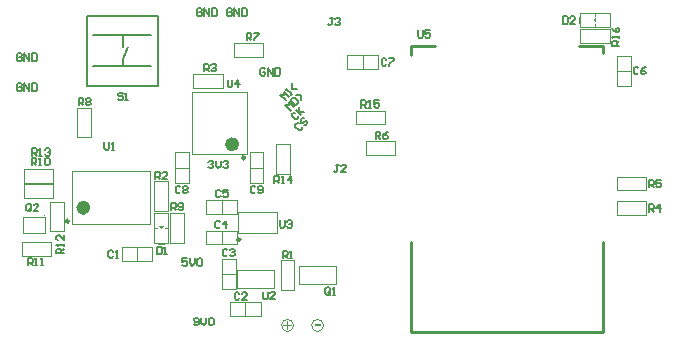
<source format=gbr>
%TF.GenerationSoftware,Altium Limited,Altium Designer,20.1.8 (145)*%
G04 Layer_Color=16777215*
%FSLAX45Y45*%
%MOMM*%
%TF.SameCoordinates,A8D28DC8-49F5-44E5-8DCE-E7A12525CE2F*%
%TF.FilePolarity,Positive*%
%TF.FileFunction,Legend,Top*%
%TF.Part,Single*%
G01*
G75*
%TA.AperFunction,NonConductor*%
%ADD37C,0.12700*%
%ADD43C,0.60000*%
%ADD44C,0.25000*%
%ADD45C,0.10160*%
%ADD46C,0.25400*%
%ADD47C,0.20320*%
%ADD48C,0.20000*%
G36*
X1328760Y890816D02*
X1305646Y913930D01*
X1351874D01*
X1328760Y890816D01*
D02*
G37*
G36*
X5012691Y2638806D02*
X4989577Y2661920D01*
X5012691Y2685034D01*
Y2638806D01*
D02*
G37*
G36*
X2676477Y68448D02*
X2627043D01*
Y84425D01*
X2676477D01*
Y68448D01*
D02*
G37*
G36*
X2404344Y83602D02*
X2435287D01*
Y70599D01*
X2404344D01*
Y39327D01*
X2391177D01*
Y70599D01*
X2360234D01*
Y83602D01*
X2391177D01*
Y114545D01*
X2404344D01*
Y83602D01*
D02*
G37*
D37*
X3501677Y2573318D02*
Y2522535D01*
X3511834Y2512378D01*
X3532147D01*
X3542304Y2522535D01*
Y2573318D01*
X3603244D02*
X3562617D01*
Y2542848D01*
X3582931Y2553005D01*
X3593088D01*
X3603244Y2542848D01*
Y2522535D01*
X3593088Y2512378D01*
X3572774D01*
X3562617Y2522535D01*
X5207395Y2444678D02*
X5146455D01*
Y2475148D01*
X5156612Y2485305D01*
X5176925D01*
X5187082Y2475148D01*
Y2444678D01*
Y2464992D02*
X5207395Y2485305D01*
Y2505619D02*
Y2525932D01*
Y2515775D01*
X5146455D01*
X5156612Y2505619D01*
X5146455Y2597029D02*
X5156612Y2576715D01*
X5176925Y2556402D01*
X5197239D01*
X5207395Y2566559D01*
Y2586872D01*
X5197239Y2597029D01*
X5187082D01*
X5176925Y2586872D01*
Y2556402D01*
X4729776Y2692390D02*
Y2631450D01*
X4760246D01*
X4770403Y2641607D01*
Y2682233D01*
X4760246Y2692390D01*
X4729776D01*
X4831343Y2631450D02*
X4790716D01*
X4831343Y2672077D01*
Y2682233D01*
X4821186Y2692390D01*
X4800873D01*
X4790716Y2682233D01*
X148181Y2368100D02*
X137601Y2378680D01*
X116441D01*
X105861Y2368100D01*
Y2325780D01*
X116441Y2315200D01*
X137601D01*
X148181Y2325780D01*
Y2346940D01*
X127021D01*
X169340Y2315200D02*
Y2378680D01*
X211660Y2315200D01*
Y2378680D01*
X232820D02*
Y2315200D01*
X264560D01*
X275139Y2325780D01*
Y2368100D01*
X264560Y2378680D01*
X232820D01*
X2210363Y2244778D02*
X2199784Y2255358D01*
X2178624D01*
X2168044Y2244778D01*
Y2202458D01*
X2178624Y2191878D01*
X2199784D01*
X2210363Y2202458D01*
Y2223618D01*
X2189203D01*
X2231523Y2191878D02*
Y2255358D01*
X2273843Y2191878D01*
Y2255358D01*
X2295003D02*
Y2191878D01*
X2326742D01*
X2337322Y2202458D01*
Y2244778D01*
X2326742Y2255358D01*
X2295003D01*
X148181Y2114100D02*
X137601Y2124680D01*
X116441D01*
X105861Y2114100D01*
Y2071780D01*
X116441Y2061200D01*
X137601D01*
X148181Y2071780D01*
Y2092940D01*
X127021D01*
X169340Y2061200D02*
Y2124680D01*
X211660Y2061200D01*
Y2124680D01*
X232820D02*
Y2061200D01*
X264560D01*
X275139Y2071780D01*
Y2114100D01*
X264560Y2124680D01*
X232820D01*
X1672181Y2749100D02*
X1661601Y2759680D01*
X1640441D01*
X1629861Y2749100D01*
Y2706780D01*
X1640441Y2696200D01*
X1661601D01*
X1672181Y2706780D01*
Y2727940D01*
X1651021D01*
X1693340Y2696200D02*
Y2759680D01*
X1735660Y2696200D01*
Y2759680D01*
X1756820D02*
Y2696200D01*
X1788560D01*
X1799139Y2706780D01*
Y2749100D01*
X1788560Y2759680D01*
X1756820D01*
X1926181Y2749100D02*
X1915601Y2759680D01*
X1894441D01*
X1883861Y2749100D01*
Y2706780D01*
X1894441Y2696200D01*
X1915601D01*
X1926181Y2706780D01*
Y2727940D01*
X1905021D01*
X1947340Y2696200D02*
Y2759680D01*
X1989660Y2696200D01*
Y2759680D01*
X2010820D02*
Y2696200D01*
X2042560D01*
X2053139Y2706780D01*
Y2749100D01*
X2042560Y2759680D01*
X2010820D01*
X3142766Y1657034D02*
Y1717974D01*
X3173236D01*
X3183392Y1707817D01*
Y1687504D01*
X3173236Y1677347D01*
X3142766D01*
X3163079D02*
X3183392Y1657034D01*
X3244333Y1717974D02*
X3224019Y1707817D01*
X3203706Y1687504D01*
Y1667190D01*
X3213863Y1657034D01*
X3234176D01*
X3244333Y1667190D01*
Y1677347D01*
X3234176Y1687504D01*
X3203706D01*
X2829027Y1435938D02*
X2808713D01*
X2818870D01*
Y1385154D01*
X2808713Y1374998D01*
X2798557D01*
X2788400Y1385154D01*
X2889967Y1374998D02*
X2849340D01*
X2889967Y1415624D01*
Y1425781D01*
X2879810Y1435938D01*
X2859497D01*
X2849340Y1425781D01*
X2493163Y1785970D02*
X2478799D01*
X2464436Y1771606D01*
Y1757242D01*
X2493163Y1728515D01*
X2507527D01*
X2521891Y1742878D01*
Y1757242D01*
X2536254Y1829061D02*
X2521891D01*
X2507527Y1814697D01*
Y1800333D01*
X2514709Y1793152D01*
X2529072D01*
X2543436Y1807515D01*
X2557800D01*
X2564982Y1800333D01*
Y1785970D01*
X2550618Y1771606D01*
X2536254D01*
X2461344Y1877604D02*
X2446981D01*
X2432617Y1863240D01*
Y1848876D01*
X2461344Y1820149D01*
X2475708D01*
X2490072Y1834513D01*
Y1848876D01*
X2468526Y1899150D02*
X2511617Y1856058D01*
X2497254Y1870422D01*
Y1927877D01*
Y1884786D01*
X2540345D01*
X2422634Y1895724D02*
X2379543Y1938815D01*
X2408271D01*
Y1967542D01*
X2451362Y1924451D01*
X2444180Y2003452D02*
X2429816Y1989088D01*
Y1974724D01*
X2458544Y1945997D01*
X2472908D01*
X2487271Y1960361D01*
Y1974724D01*
X2458544Y2003452D01*
X2444180D01*
X2508817Y1981906D02*
Y2024997D01*
X2465726D01*
X2380666Y1981268D02*
X2337574Y2024359D01*
X2366302D01*
Y2053086D01*
X2409393Y2009995D01*
X2380666Y2067450D02*
X2395029Y2081814D01*
X2387847Y2074632D01*
X2430939Y2031541D01*
X2423757Y2024359D01*
X2438121Y2038723D01*
X2481212Y2081814D02*
X2438121D01*
Y2124905D01*
X1727995Y1461129D02*
X1738575Y1471709D01*
X1759735D01*
X1770314Y1461129D01*
Y1450549D01*
X1759735Y1439969D01*
X1749154D01*
X1759735D01*
X1770314Y1429389D01*
Y1418809D01*
X1759735Y1408230D01*
X1738575D01*
X1727995Y1418809D01*
X1791474Y1471709D02*
Y1429389D01*
X1812634Y1408230D01*
X1833794Y1429389D01*
Y1471709D01*
X1854954Y1461129D02*
X1865533Y1471709D01*
X1886693D01*
X1897273Y1461129D01*
Y1450549D01*
X1886693Y1439969D01*
X1876113D01*
X1886693D01*
X1897273Y1429389D01*
Y1418809D01*
X1886693Y1408230D01*
X1865533D01*
X1854954Y1418809D01*
X1602079Y86807D02*
X1612659Y76227D01*
X1633819D01*
X1644399Y86807D01*
Y129127D01*
X1633819Y139707D01*
X1612659D01*
X1602079Y129127D01*
Y118547D01*
X1612659Y107967D01*
X1644399D01*
X1665558Y139707D02*
Y97387D01*
X1686718Y76227D01*
X1707878Y97387D01*
Y139707D01*
X1729038Y129127D02*
X1739618Y139707D01*
X1760778D01*
X1771357Y129127D01*
Y86807D01*
X1760778Y76227D01*
X1739618D01*
X1729038Y86807D01*
Y129127D01*
X1548993Y643752D02*
X1506673D01*
Y612012D01*
X1527833Y622592D01*
X1538413D01*
X1548993Y612012D01*
Y590853D01*
X1538413Y580273D01*
X1517253D01*
X1506673Y590853D01*
X1570153Y643752D02*
Y601432D01*
X1591312Y580273D01*
X1612472Y601432D01*
Y643752D01*
X1633632Y633172D02*
X1644212Y643752D01*
X1665372D01*
X1675952Y633172D01*
Y590853D01*
X1665372Y580273D01*
X1644212D01*
X1633632Y590853D01*
Y633172D01*
X3021626Y1920591D02*
Y1981531D01*
X3052096D01*
X3062253Y1971375D01*
Y1951061D01*
X3052096Y1940905D01*
X3021626D01*
X3041940D02*
X3062253Y1920591D01*
X3082566D02*
X3102880D01*
X3092723D01*
Y1981531D01*
X3082566Y1971375D01*
X3173977Y1981531D02*
X3133350D01*
Y1951061D01*
X3153663Y1961218D01*
X3163820D01*
X3173977Y1951061D01*
Y1930748D01*
X3163820Y1920591D01*
X3143507D01*
X3133350Y1930748D01*
X2286499Y1280268D02*
Y1341208D01*
X2316969D01*
X2327126Y1331051D01*
Y1310738D01*
X2316969Y1300581D01*
X2286499D01*
X2306813D02*
X2327126Y1280268D01*
X2347440D02*
X2367753D01*
X2357596D01*
Y1341208D01*
X2347440Y1331051D01*
X2428693Y1280268D02*
Y1341208D01*
X2398223Y1310738D01*
X2438850D01*
X1002781Y2037982D02*
X992624Y2048139D01*
X972311D01*
X962154Y2037982D01*
Y2027826D01*
X972311Y2017669D01*
X992624D01*
X1002781Y2007512D01*
Y1997356D01*
X992624Y1987199D01*
X972311D01*
X962154Y1997356D01*
X1023094Y1987199D02*
X1043408D01*
X1033251D01*
Y2048139D01*
X1023094Y2037982D01*
X232985Y1514083D02*
Y1575023D01*
X263455D01*
X273612Y1564866D01*
Y1544553D01*
X263455Y1534396D01*
X232985D01*
X253298D02*
X273612Y1514083D01*
X293925D02*
X314238D01*
X304082D01*
Y1575023D01*
X293925Y1564866D01*
X344708D02*
X354865Y1575023D01*
X375179D01*
X385335Y1564866D01*
Y1554709D01*
X375179Y1544553D01*
X365022D01*
X375179D01*
X385335Y1534396D01*
Y1524239D01*
X375179Y1514083D01*
X354865D01*
X344708Y1524239D01*
X227346Y1055102D02*
Y1095728D01*
X217190Y1105885D01*
X196876D01*
X186719Y1095728D01*
Y1055102D01*
X196876Y1044945D01*
X217190D01*
X207033Y1065258D02*
X227346Y1044945D01*
X217190D02*
X227346Y1055102D01*
X288286Y1044945D02*
X247660D01*
X288286Y1085572D01*
Y1095728D01*
X278130Y1105885D01*
X257816D01*
X247660Y1095728D01*
X502100Y685332D02*
X441160D01*
Y715802D01*
X451317Y725959D01*
X471630D01*
X481787Y715802D01*
Y685332D01*
Y705646D02*
X502100Y725959D01*
Y746272D02*
Y766586D01*
Y756429D01*
X441160D01*
X451317Y746272D01*
X502100Y837683D02*
Y797056D01*
X461473Y837683D01*
X451317D01*
X441160Y827526D01*
Y807213D01*
X451317Y797056D01*
X198944Y586637D02*
Y647577D01*
X229415D01*
X239571Y637421D01*
Y617107D01*
X229415Y606951D01*
X198944D01*
X219258D02*
X239571Y586637D01*
X259885D02*
X280198D01*
X270041D01*
Y647577D01*
X259885Y637421D01*
X310668Y586637D02*
X330982D01*
X320825D01*
Y647577D01*
X310668Y637421D01*
X231165Y1431276D02*
Y1492216D01*
X261635D01*
X271792Y1482060D01*
Y1461746D01*
X261635Y1451590D01*
X231165D01*
X251478D02*
X271792Y1431276D01*
X292105D02*
X312418D01*
X302262D01*
Y1492216D01*
X292105Y1482060D01*
X342889D02*
X353045Y1492216D01*
X373359D01*
X383515Y1482060D01*
Y1441433D01*
X373359Y1431276D01*
X353045D01*
X342889Y1441433D01*
Y1482060D01*
X1411658Y1049582D02*
Y1110522D01*
X1442128D01*
X1452285Y1100366D01*
Y1080052D01*
X1442128Y1069895D01*
X1411658D01*
X1431971D02*
X1452285Y1049582D01*
X1472598Y1059739D02*
X1482755Y1049582D01*
X1503068D01*
X1513225Y1059739D01*
Y1100366D01*
X1503068Y1110522D01*
X1482755D01*
X1472598Y1100366D01*
Y1090209D01*
X1482755Y1080052D01*
X1513225D01*
X1291851Y742371D02*
Y681431D01*
X1322321D01*
X1332478Y691587D01*
Y732214D01*
X1322321Y742371D01*
X1291851D01*
X1352791Y681431D02*
X1373104D01*
X1362948D01*
Y742371D01*
X1352791Y732214D01*
X628215Y1940098D02*
Y2001038D01*
X658685D01*
X668842Y1990881D01*
Y1970568D01*
X658685Y1960411D01*
X628215D01*
X648529D02*
X668842Y1940098D01*
X689156Y1990881D02*
X699312Y2001038D01*
X719626D01*
X729782Y1990881D01*
Y1980725D01*
X719626Y1970568D01*
X729782Y1960411D01*
Y1950254D01*
X719626Y1940098D01*
X699312D01*
X689156Y1950254D01*
Y1960411D01*
X699312Y1970568D01*
X689156Y1980725D01*
Y1990881D01*
X699312Y1970568D02*
X719626D01*
X2050968Y2488502D02*
Y2549442D01*
X2081439D01*
X2091595Y2539285D01*
Y2518972D01*
X2081439Y2508815D01*
X2050968D01*
X2071282D02*
X2091595Y2488502D01*
X2111909Y2549442D02*
X2152535D01*
Y2539285D01*
X2111909Y2498658D01*
Y2488502D01*
X1889091Y2151538D02*
Y2100755D01*
X1899248Y2090598D01*
X1919561D01*
X1929718Y2100755D01*
Y2151538D01*
X1980502Y2090598D02*
Y2151538D01*
X1950031Y2121068D01*
X1990658D01*
X2331737Y965190D02*
Y914407D01*
X2341893Y904250D01*
X2362207D01*
X2372363Y914407D01*
Y965190D01*
X2392677Y955033D02*
X2402833Y965190D01*
X2423147D01*
X2433303Y955033D01*
Y944877D01*
X2423147Y934720D01*
X2412990D01*
X2423147D01*
X2433303Y924563D01*
Y914407D01*
X2423147Y904250D01*
X2402833D01*
X2392677Y914407D01*
X2189328Y359222D02*
Y308439D01*
X2199485Y298282D01*
X2219798D01*
X2229955Y308439D01*
Y359222D01*
X2290895Y298282D02*
X2250269D01*
X2290895Y338909D01*
Y349066D01*
X2280739Y359222D01*
X2260425D01*
X2250269Y349066D01*
X846903Y1626419D02*
Y1575636D01*
X857059Y1565479D01*
X877373D01*
X887529Y1575636D01*
Y1626419D01*
X907843Y1565479D02*
X928156D01*
X917999D01*
Y1626419D01*
X907843Y1616262D01*
X5455668Y1244884D02*
Y1305825D01*
X5486138D01*
X5496294Y1295668D01*
Y1275355D01*
X5486138Y1265198D01*
X5455668D01*
X5475981D02*
X5496294Y1244884D01*
X5557235Y1305825D02*
X5516608D01*
Y1275355D01*
X5536921Y1285511D01*
X5547078D01*
X5557235Y1275355D01*
Y1255041D01*
X5547078Y1244884D01*
X5526764D01*
X5516608Y1255041D01*
X5457308Y1039625D02*
Y1100565D01*
X5487778D01*
X5497935Y1090409D01*
Y1070095D01*
X5487778Y1059939D01*
X5457308D01*
X5477622D02*
X5497935Y1039625D01*
X5548718D02*
Y1100565D01*
X5518248Y1070095D01*
X5558875D01*
X1687528Y2228908D02*
Y2289849D01*
X1717998D01*
X1728155Y2279692D01*
Y2259379D01*
X1717998Y2249222D01*
X1687528D01*
X1707841D02*
X1728155Y2228908D01*
X1748468Y2279692D02*
X1758625Y2289849D01*
X1778938D01*
X1789095Y2279692D01*
Y2269535D01*
X1778938Y2259379D01*
X1768781D01*
X1778938D01*
X1789095Y2249222D01*
Y2239065D01*
X1778938Y2228908D01*
X1758625D01*
X1748468Y2239065D01*
X1276354Y1312445D02*
Y1373386D01*
X1306824D01*
X1316981Y1363229D01*
Y1342916D01*
X1306824Y1332759D01*
X1276354D01*
X1296668D02*
X1316981Y1312445D01*
X1377921D02*
X1337295D01*
X1377921Y1353072D01*
Y1363229D01*
X1367765Y1373386D01*
X1347451D01*
X1337295Y1363229D01*
X2356424Y647352D02*
Y708292D01*
X2386894D01*
X2397050Y698136D01*
Y677822D01*
X2386894Y667665D01*
X2356424D01*
X2376737D02*
X2397050Y647352D01*
X2417364D02*
X2437677D01*
X2427520D01*
Y708292D01*
X2417364Y698136D01*
X2758440Y347987D02*
Y388613D01*
X2748283Y398770D01*
X2727970D01*
X2717813Y388613D01*
Y347987D01*
X2727970Y337830D01*
X2748283D01*
X2738127Y358143D02*
X2758440Y337830D01*
X2748283D02*
X2758440Y347987D01*
X2778753Y337830D02*
X2799067D01*
X2788910D01*
Y398770D01*
X2778753Y388613D01*
X1490983Y1247133D02*
X1480827Y1257290D01*
X1460513D01*
X1450357Y1247133D01*
Y1206507D01*
X1460513Y1196350D01*
X1480827D01*
X1490983Y1206507D01*
X1511297Y1247133D02*
X1521453Y1257290D01*
X1541767D01*
X1551923Y1247133D01*
Y1236977D01*
X1541767Y1226820D01*
X1551923Y1216663D01*
Y1206507D01*
X1541767Y1196350D01*
X1521453D01*
X1511297Y1206507D01*
Y1216663D01*
X1521453Y1226820D01*
X1511297Y1236977D01*
Y1247133D01*
X1521453Y1226820D02*
X1541767D01*
X3233754Y2325970D02*
X3223597Y2336127D01*
X3203284D01*
X3193127Y2325970D01*
Y2285343D01*
X3203284Y2275187D01*
X3223597D01*
X3233754Y2285343D01*
X3254067Y2336127D02*
X3294694D01*
Y2325970D01*
X3254067Y2285343D01*
Y2275187D01*
X2125525Y1244612D02*
X2115368Y1254769D01*
X2095055D01*
X2084898Y1244612D01*
Y1203986D01*
X2095055Y1193829D01*
X2115368D01*
X2125525Y1203986D01*
X2145838D02*
X2155995Y1193829D01*
X2176309D01*
X2186465Y1203986D01*
Y1244612D01*
X2176309Y1254769D01*
X2155995D01*
X2145838Y1244612D01*
Y1234456D01*
X2155995Y1224299D01*
X2186465D01*
X5367259Y2251785D02*
X5357102Y2261941D01*
X5336788D01*
X5326632Y2251785D01*
Y2211158D01*
X5336788Y2201001D01*
X5357102D01*
X5367259Y2211158D01*
X5428199Y2261941D02*
X5407885Y2251785D01*
X5387572Y2231471D01*
Y2211158D01*
X5397729Y2201001D01*
X5418042D01*
X5428199Y2211158D01*
Y2221315D01*
X5418042Y2231471D01*
X5387572D01*
X1829898Y1215083D02*
X1819742Y1225240D01*
X1799428D01*
X1789272Y1215083D01*
Y1174457D01*
X1799428Y1164300D01*
X1819742D01*
X1829898Y1174457D01*
X1890838Y1225240D02*
X1850212D01*
Y1194770D01*
X1870525Y1204927D01*
X1880682D01*
X1890838Y1194770D01*
Y1174457D01*
X1880682Y1164300D01*
X1860368D01*
X1850212Y1174457D01*
X1826521Y951470D02*
X1816364Y961627D01*
X1796051D01*
X1785894Y951470D01*
Y910843D01*
X1796051Y900687D01*
X1816364D01*
X1826521Y910843D01*
X1877304Y900687D02*
Y961627D01*
X1846834Y931157D01*
X1887461D01*
X1888705Y716376D02*
X1878548Y726533D01*
X1858235D01*
X1848078Y716376D01*
Y675749D01*
X1858235Y665593D01*
X1878548D01*
X1888705Y675749D01*
X1909019Y716376D02*
X1919175Y726533D01*
X1939489D01*
X1949645Y716376D01*
Y706220D01*
X1939489Y696063D01*
X1929332D01*
X1939489D01*
X1949645Y685906D01*
Y675749D01*
X1939489Y665593D01*
X1919175D01*
X1909019Y675749D01*
X1989804Y345117D02*
X1979648Y355274D01*
X1959334D01*
X1949177Y345117D01*
Y304490D01*
X1959334Y294334D01*
X1979648D01*
X1989804Y304490D01*
X2050744Y294334D02*
X2010118D01*
X2050744Y334960D01*
Y345117D01*
X2040588Y355274D01*
X2020274D01*
X2010118Y345117D01*
X921256Y701137D02*
X911100Y711293D01*
X890786D01*
X880629Y701137D01*
Y660510D01*
X890786Y650353D01*
X911100D01*
X921256Y660510D01*
X941570Y650353D02*
X961883D01*
X951726D01*
Y711293D01*
X941570Y701137D01*
X2781210Y2679112D02*
X2760897D01*
X2771054D01*
Y2628329D01*
X2760897Y2618172D01*
X2750740D01*
X2740584Y2628329D01*
X2801524Y2668956D02*
X2811680Y2679112D01*
X2831994D01*
X2842151Y2668956D01*
Y2658799D01*
X2831994Y2648642D01*
X2821837D01*
X2831994D01*
X2842151Y2638485D01*
Y2628329D01*
X2831994Y2618172D01*
X2811680D01*
X2801524Y2628329D01*
D43*
X699160Y1073380D02*
G03*
X699160Y1073380I-30000J0D01*
G01*
X1957800Y1610000D02*
G03*
X1957800Y1610000I-30000J0D01*
G01*
D44*
X547852Y959124D02*
G03*
X547852Y959124I-12500J0D01*
G01*
X2035278Y1495868D02*
G03*
X2035278Y1495868I-12500J0D01*
G01*
X1994951Y803503D02*
G03*
X1994951Y803503I-12500J0D01*
G01*
D45*
X336865Y1006120D02*
G03*
X336865Y1006120I-5080J0D01*
G01*
X2702560Y76200D02*
G03*
X2702560Y76200I-50800J0D01*
G01*
X2448561D02*
G03*
X2448561Y76200I-50800J0D01*
G01*
X4876800Y2471420D02*
Y2588260D01*
Y2471420D02*
X5125720D01*
Y2588260D01*
X4876800D02*
X5125720D01*
X5125720Y2603500D02*
Y2720340D01*
X5001260D02*
X5001260Y2696920D01*
X5001260Y2603500D02*
X5001260Y2626920D01*
X4864101Y2636520D02*
Y2687320D01*
X4876800Y2603500D02*
X5125720D01*
X4876800Y2720340D02*
X5125720D01*
X4876800Y2603500D02*
Y2720340D01*
X3060789Y1634992D02*
X3309709D01*
Y1518152D02*
Y1634992D01*
X3060789Y1518152D02*
X3309709D01*
X3060789D02*
Y1634992D01*
X1229280Y934740D02*
Y1386860D01*
X568880Y934740D02*
Y1386860D01*
X1229280D01*
X568880Y934740D02*
X1229280D01*
X1586660Y2051620D02*
X2051480D01*
X1586660Y1528380D02*
X2051480D01*
X1586660D02*
Y2051620D01*
X2051480Y1528380D02*
Y2051620D01*
X164868Y1152652D02*
X413788D01*
X164868D02*
Y1269492D01*
X413788D01*
Y1152652D02*
Y1269492D01*
X164868Y1399137D02*
X413788D01*
Y1282297D02*
Y1399137D01*
X164868Y1282297D02*
X413788D01*
X164868D02*
Y1399137D01*
X149868Y665480D02*
X398788D01*
X149868D02*
Y782320D01*
X398788D01*
Y665480D02*
Y782320D01*
X1270340Y1026960D02*
X1387180D01*
X1270340Y902500D02*
X1293760D01*
X1363760D02*
X1387180D01*
X1303360Y765340D02*
X1354160D01*
X1387180Y778040D02*
Y1026960D01*
X1270340Y778040D02*
Y1026960D01*
Y778040D02*
X1387180D01*
X2806700Y579540D02*
X2806700Y427140D01*
X2496820Y579540D02*
X2806700Y579540D01*
X2496820Y427140D02*
X2806700D01*
X2496820D02*
Y579540D01*
X2282740Y541521D02*
X2282740Y389121D01*
X1972860Y541521D02*
X2282740Y541521D01*
X1972860Y389121D02*
X2282740D01*
X1972860D02*
Y541521D01*
X2339341Y627320D02*
X2456181D01*
X2339341Y378400D02*
Y627320D01*
Y378400D02*
X2456181D01*
Y627320D01*
X1270340Y1047115D02*
X1387180D01*
Y1296035D01*
X1270340D02*
X1387180D01*
X1270340Y1047115D02*
Y1296035D01*
X1600718Y2088318D02*
Y2205158D01*
Y2088318D02*
X1849638D01*
Y2205158D01*
X1600718D02*
X1849638D01*
X5187249Y1010850D02*
Y1127690D01*
Y1010850D02*
X5436169D01*
Y1127690D01*
X5187249D02*
X5436169D01*
X5187249Y1218989D02*
Y1335829D01*
Y1218989D02*
X5436169D01*
Y1335829D01*
X5187249D02*
X5436169D01*
X1944309Y2352058D02*
Y2468898D01*
Y2352058D02*
X2193229D01*
Y2468898D01*
X1944309D02*
X2193229D01*
X613160Y1667412D02*
X730000D01*
Y1916332D01*
X613160D02*
X730000D01*
X613160Y1667412D02*
Y1916332D01*
X1402080Y778040D02*
X1518920D01*
Y1026960D01*
X1402080D02*
X1518920D01*
X1402080Y778040D02*
Y1026960D01*
X388620Y874800D02*
X505460D01*
Y1123720D01*
X388620D02*
X505460D01*
X388620Y874800D02*
Y1123720D01*
X2298700Y1359940D02*
X2415540D01*
Y1608860D01*
X2298700D02*
X2415540D01*
X2298700Y1359940D02*
Y1608860D01*
X2977199Y1777385D02*
Y1894225D01*
Y1777385D02*
X3226119D01*
Y1894225D01*
X2977199D02*
X3226119D01*
X1121860Y619133D02*
Y735973D01*
X992320D02*
X1251400D01*
Y619133D02*
Y735973D01*
X992320Y619133D02*
X1251400D01*
X992320D02*
Y735973D01*
X2040180Y160020D02*
Y276860D01*
X1910640D02*
X2169720D01*
Y160020D02*
Y276860D01*
X1910640Y160020D02*
X2169720D01*
X1910640D02*
Y276860D01*
X1840180Y512821D02*
X1957020D01*
X1840180Y383281D02*
Y642361D01*
X1957020D01*
Y383281D02*
Y642361D01*
X1840180Y383281D02*
X1957020D01*
X1838720Y761421D02*
Y878261D01*
X1709180D02*
X1968260D01*
Y761421D02*
Y878261D01*
X1709180Y761421D02*
X1968260D01*
X1709180D02*
Y878261D01*
X1838720Y1021420D02*
Y1138260D01*
X1709180D02*
X1968260D01*
Y1021420D02*
Y1138260D01*
X1709180Y1021420D02*
X1968260D01*
X1709180D02*
Y1138260D01*
X5188289Y2231764D02*
X5305129D01*
X5188289Y2102224D02*
Y2361304D01*
X5305129D01*
Y2102224D02*
Y2361304D01*
X5188289Y2102224D02*
X5305129D01*
X2075950Y1410780D02*
X2192790D01*
X2075950Y1281240D02*
Y1540320D01*
X2192790D01*
Y1281240D02*
Y1540320D01*
X2075950Y1281240D02*
X2192790D01*
X3032760Y2245360D02*
Y2362200D01*
X2903220D02*
X3162300D01*
Y2245360D02*
Y2362200D01*
X2903220Y2245360D02*
X3162300D01*
X2903220D02*
Y2362200D01*
X1444060Y1410780D02*
X1560900D01*
X1444060Y1281240D02*
Y1540320D01*
X1560900D01*
Y1281240D02*
Y1540320D01*
X1444060Y1281240D02*
X1560900D01*
X1980240Y855940D02*
Y1033740D01*
X2305360Y855940D02*
Y1033740D01*
X1980240Y855940D02*
X2305360D01*
X1980240Y1033740D02*
X2305360D01*
X157480Y856512D02*
X340360D01*
Y993672D01*
X157480Y856512D02*
Y993672D01*
X340360D01*
D46*
X3445896Y17569D02*
X5071496D01*
X3445896D02*
Y779569D01*
Y2367069D02*
Y2443269D01*
X3649096D01*
X4868296D02*
X5071496D01*
Y2379769D02*
Y2443269D01*
Y17569D02*
Y779569D01*
D47*
X1000000Y2333960D02*
X1042452Y2435293D01*
X702800Y2700000D02*
X1302800D01*
X751340Y2270000D02*
X1241560D01*
X751340Y2535000D02*
X1241560D01*
X1000000Y2270000D02*
Y2333960D01*
Y2435293D02*
Y2535000D01*
D48*
X702800Y2100000D02*
X1302800D01*
Y2700000D01*
X702800Y2100000D02*
Y2700000D01*
%TF.MD5,5cd8ae53ea5bc05ad355b572512100f0*%
M02*

</source>
